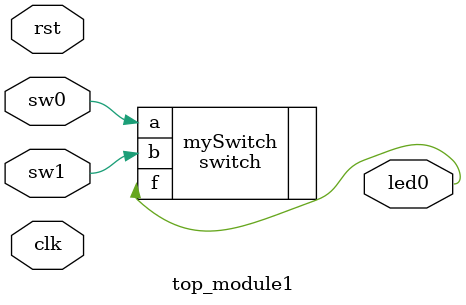
<source format=v>
module top_module1(
	input clk,
	input rst,
	input sw0,
	input sw1,
	output led0
);

switch mySwitch(
	.a(sw0),
	.b(sw1),
	.f(led0)
);
endmodule

</source>
